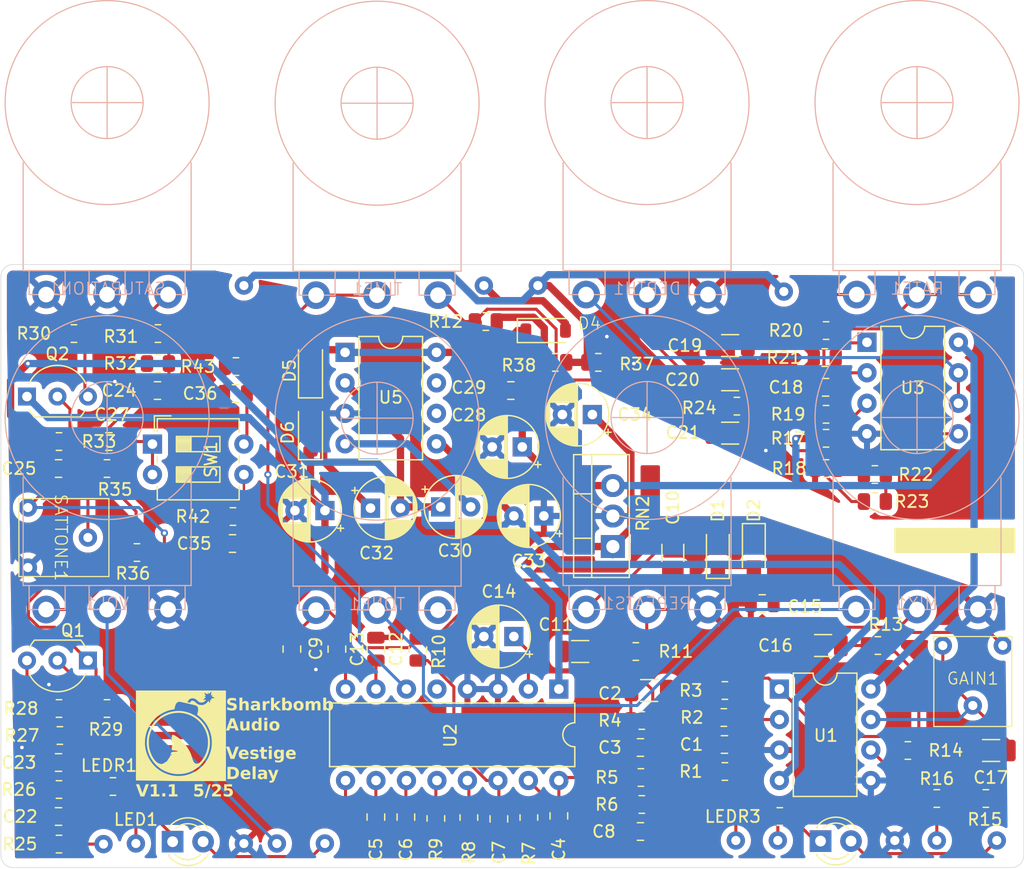
<source format=kicad_pcb>
(kicad_pcb (version 20241229) (generator "pcbnew") (generator_version "9.0")
  (layers (0 "F.Cu" signal) (2 "B.Cu" signal) (13 "F.Paste" user) (15 "B.Paste" user) (5 "F.SilkS" user "F.Silkscreen") (7 "B.SilkS" user "B.Silkscreen") (1 "F.Mask" user) (3 "B.Mask" user) (25 "Edge.Cuts" user))
  (net 0 "")
  (net 1 "Net-(C1-Pad2)")
  (net 2 "Net-(C1-Pad1)")
  (net 3 "Net-(C2-Pad1)")
  (net 4 "Net-(C2-Pad2)")
  (net 5 "Net-(C11-Pad1)")
  (net 6 "GND1")
  (net 7 "Net-(U2-LPF1-IN)")
  (net 8 "Net-(U2-LPF1-OUT)")
  (net 9 "Net-(U2-OP1-IN)")
  (net 10 "Net-(U2-OP1-OUT)")
  (net 11 "Net-(U2-OP2-IN)")
  (net 12 "Net-(U2-OP2-OUT)")
  (net 13 "Net-(U2-LPF2-OUT)")
  (net 14 "Net-(U2-LPF2-IN)")
  (net 15 "Net-(C8-Pad2)")
  (net 16 "Net-(C10-Pad1)")
  (net 17 "Net-(C10-Pad2)")
  (net 18 "Net-(C11-Pad2)")
  (net 19 "Net-(U2-CC1)")
  (net 20 "Net-(U2-CC0)")
  (net 21 "Net-(U2-REF)")
  (net 22 "Net-(C15-Pad1)")
  (net 23 "Net-(C16-Pad1)")
  (net 24 "Net-(C16-Pad2)")
  (net 25 "Net-(C17-Pad1)")
  (net 26 "Net-(C17-Pad2)")
  (net 27 "Net-(U3A--)")
  (net 28 "Net-(C18-Pad1)")
  (net 29 "GND2")
  (net 30 "Net-(C19-Pad1)")
  (net 31 "Net-(C20-Pad1)")
  (net 32 "+9V")
  (net 33 "Net-(C22-Pad2)")
  (net 34 "Net-(C22-Pad1)")
  (net 35 "+5V")
  (net 36 "Net-(D1-K)")
  (net 37 "Net-(Q1-G)")
  (net 38 "Net-(U3B--)")
  (net 39 "Net-(DEPTH1-Pad2)")
  (net 40 "Net-(U1B--)")
  (net 41 "Net-(C24-Pad1)")
  (net 42 "Net-(H6-Pad1)")
  (net 43 "Net-(LED1-K)")
  (net 44 "Net-(Q1-D)")
  (net 45 "Net-(Q2-S)")
  (net 46 "Net-(U1A--)")
  (net 47 "Net-(C25-Pad1)")
  (net 48 "Net-(R20-Pad2)")
  (net 49 "Net-(U3B-+)")
  (net 50 "Net-(U2-VCO)")
  (net 52 "Net-(C20-Pad2)")
  (net 53 "Net-(C27-Pad2)")
  (net 54 "Net-(U5-CAP-)")
  (net 55 "Net-(U5-CAP+)")
  (net 56 "VBUS")
  (net 57 "Net-(D5-K)")
  (net 58 "-9V")
  (net 59 "Net-(C35-Pad2)")
  (net 60 "Net-(LED1-A)")
  (net 61 "Net-(C36-Pad2)")
  (net 62 "Net-(C36-Pad1)")
  (net 63 "Net-(D4-A)")
  (net 64 "Net-(R35-Pad2)")
  (net 65 "Net-(H2-Pad1)")
  (net 66 "Net-(H4-Pad1)")
  (net 67 "Net-(H21-Pad1)")
  (net 68 "Net-(LED2-A)")
  (net 69 "Net-(H23-Pad1)")
  (net 70 "Net-(LED2-K)")
  (net 71 "Net-(Q1-S)")
  (net 72 "Net-(Q2-G)")
  (net 73 "Net-(U3A-+)")
  (net 74 "Net-(R30-Pad1)")
  (net 75 "Net-(R36-Pad1)")
  (net 76 "Net-(R42-Pad1)")
  (footprint "LED_THT:LED_D3.0mm_Clear" (layer "F.Cu") (at 65.56 139.1)
    (property "Reference" "LED1")
    (property "Value" "LED" (hide yes))
  )
  (footprint "Resistor_SMD:R_0805_2012Metric" (layer "F.Cu") (at 56.0875 128)
    (property "Reference" "R28")
    (property "Value" "3.3k" (hide yes))
  )
  (footprint "Resistor_SMD:R_0805_2012Metric" (layer "F.Cu") (at 56.1625 130.25 180)
    (property "Reference" "R27")
    (property "Value" "1M" (hide yes))
  )
  (footprint "GuitarPedalParts:2.0mm Pad" (layer "F.Cu") (at 125.75 139)
    (property "Reference" "H24" (hide yes))
    (property "Value" "MountingHole_Pad" (hide yes))
  )
  (footprint "Capacitor_THT:CP_Radial_D5.0mm_P2.50mm" (layer "F.Cu") (at 94 122 180)
    (property "Reference" "C14")
    (property "Value" "47uF" (hide yes))
  )
  (footprint "GuitarPedalParts:2.0mm Pad" (layer "F.Cu") (at 71.5 92.75)
    (property "Reference" "H7" (hide yes))
    (property "Value" "MountingHole_Pad" (hide yes))
  )
  (footprint "GuitarPedalParts:2.0mm Pad" (layer "F.Cu") (at 116.5 93.25)
    (property "Reference" "H8" (hide yes))
    (property "Value" "MountingHole_Pad" (hide yes))
  )
  (footprint "Resistor_SMD:R_0805_2012Metric" (layer "F.Cu") (at 111.5875 126.5)
    (property "Reference" "R3")
    (property "Value" "470K" (hide yes))
  )
  (footprint "Capacitor_SMD:C_0805_2012Metric" (layer "F.Cu") (at 114.7 119.25 180)
    (property "Reference" "C15")
    (property "Value" "3.3nF" (hide yes))
  )
  (footprint "GuitarPedalParts:TaydaTrimmer" (layer "F.Cu") (at 132.25 122.75 180)
    (property "Reference" "GAIN1")
    (property "Value" "25k" (hide yes))
  )
  (footprint "Package_TO_SOT_THT:TO-220-3_Vertical" (layer "F.Cu") (at 102.25 114.5 90)
    (property "Reference" "RN2")
    (property "Value" "VoltageDivider" (hide yes))
  )
  (footprint "Package_DIP:DIP-8_W7.62mm" (layer "F.Cu") (at 116.13 126.38)
    (property "Reference" "U1")
    (property "Value" "Opamp_Dual" (hide yes))
  )
  (footprint "Capacitor_SMD:C_0805_2012Metric" (layer "F.Cu") (at 70.8 101.75 180)
    (property "Reference" "C36")
    (property "Value" ".1uF" (hide yes))
  )
  (footprint "Diode_SMD:D_SOD-123" (layer "F.Cu") (at 77.05 99.75 90)
    (property "Reference" "D5")
    (property "Value" "SS12" (hide yes))
  )
  (footprint "Resistor_SMD:R_0805_2012Metric" (layer "F.Cu") (at 120.0175 108)
    (property "Reference" "R18")
    (property "Value" "220K" (hide yes))
  )
  (footprint "Diode_SMD:D_SOD-123" (layer "F.Cu") (at 96.65 96.5)
    (property "Reference" "D4" (hide yes))
    (property "Value" "SS12" (hide yes))
  )
  (footprint "Resistor_SMD:R_0805_2012Metric" (layer "F.Cu") (at 104.1625 123.25)
    (property "Reference" "R11")
    (property "Value" "15k" (hide yes))
  )
  (footprint "Capacitor_THT:CP_Radial_D5.0mm_P2.50mm" (layer "F.Cu") (at 82.05 111.3)
    (property "Reference" "C32")
    (property "Value" "10UF" (hide yes))
  )
  (footprint "Capacitor_SMD:C_1206_3216Metric" (layer "F.Cu") (at 99.525 123.25)
    (property "Reference" "C11")
    (property "Value" "1uF" (hide yes))
  )
  (footprint "Capacitor_SMD:C_0805_2012Metric" (layer "F.Cu") (at 56.05 132.5)
    (property "Reference" "C23")
    (property "Value" "100pF" (hide yes))
  )
  (footprint "Resistor_SMD:R_0805_2012Metric" (layer "F.Cu") (at 101.0375 99.15)
    (property "Reference" "R37")
    (property "Value" "0" (hide yes))
  )
  (footprint "Resistor_SMD:R_0805_2012Metric" (layer "F.Cu") (at 133.3375 135.5)
    (property "Reference" "R15")
    (property "Value" "470" (hide yes))
  )
  (footprint "Capacitor_THT:CP_Radial_D5.0mm_P2.50mm" (layer "F.Cu") (at 78.255113 111.5 180)
    (property "Reference" "C31")
    (property "Value" "100UF" (hide yes))
  )
  (footprint "GuitarPedalParts:2.0mm Pad" (layer "F.Cu") (at 59.8 139.3)
    (property "Reference" "H18" (hide yes))
    (property "Value" "MountingHole_Pad" (hide yes))
  )
  (footprint "Diode_SMD:Nexperia_CFP3_SOD-123W" (layer "F.Cu") (at 111 114.9 90)
    (property "Reference" "D1")
    (property "Value" "1N4148W" (hide yes))
  )
  (footprint "GuitarPedalParts:2.0mm Pad" (layer "F.Cu") (at 62.5 139.25)
    (property "Reference" "H2" (hide yes))
    (property "Value" "MountingHole_Pad" (hide yes))
  )
  (footprint "Capacitor_SMD:C_1206_3216Metric" (layer "F.Cu") (at 107.25 115.025 -90)
    (property "Reference" "C10")
    (property "Value" "1uF" (hide yes))
  )
  (footprint "GuitarPedalParts:2.0mm Pad" (layer "F.Cu") (at 96 92.75)
    (property "Reference" "H21" (hide yes))
    (property "Value" "MountingHole_Pad" (hide yes))
  )
  (footprint "Capacitor_SMD:C_0805_2012Metric" (layer "F.Cu") (at 104.55 131.25)
    (property "Reference" "C3")
    (property "Value" "5.1nF" (hide yes))
  )
  (footprint "Resistor_SMD:R_0805_2012Metric" (layer "F.Cu") (at 60.0875 108 180)
    (property "Reference" "R35")
    (property "Value" "47k" (hide yes))
  )
  (footprint "Resistor_SMD:R_0805_2012Metric" (layer "F.Cu") (at 104.5875 133.75 180)
    (property "Reference" "R5")
    (property "Value" "15k" (hide yes))
  )
  (footprint "Capacitor_SMD:C_0805_2012Metric" (layer "F.Cu") (at 119.98 101.23)
    (property "Reference" "C18")
    (property "Value" "10nF" (hide yes))
  )
  (footprint "Capacitor_THT:CP_Radial_D5.0mm_P2.50mm" (layer "F.Cu") (at 87.9 111.2)
    (property "Reference" "C30")
    (property "Value" "10UF" (hide yes))
  )
  (footprint "GuitarPedalParts:2.0mm Pad" (layer "F.Cu") (at 129.25 139)
    (property "Reference" "H6" (hide yes))
    (property "Value" "MountingHole_Pad" (hide yes))
  )
  (footprint "Capacitor_SMD:C_1206_3216Metric" (layer "F.Cu") (at 105.275 126.5 180)
    (property "Reference" "C2")
    (property "Value" "1uF" (hide yes))
  )
  (footprint "Resistor_SMD:R_0805_2012Metric" (layer "F.Cu") (at 124.0875 110.75)
    (property "Reference" "R23")
    (property "Value" "100K" (hide yes))
  )
  (footprint "GuitarPedalParts:2.0mm Pad" (layer "F.Cu") (at 112.5 139)
    (property "Reference" "H5" (hide yes))
    (property "Value" "MountingHole_Pad" (hide yes))
  )
  (footprint "Resistor_SMD:R_0805_2012Metric" (layer "F.Cu") (at 111.5 128.75 180)
    (property "Reference" "R2")
    (property "Value" "470K" (hide yes))
  )
  (footprint "GuitarPedalParts:2.0mm Pad" (layer "F.Cu") (at 74.25 139.25)
    (property "Reference" "H4" (hide yes))
    (property "Value" "MountingHole_Pad" (hide yes))
  )
  (footprint "Capacitor_SMD:C_0805_2012Metric" (layer "F.Cu") (at 75.5 123.05 90)
    (property "Reference" "C9")
    (property "Value" "10nF" (hide yes))
  )
  (footprint "Resistor_SMD:R_0805_2012Metric" (layer "F.Cu") (at 129.25 135.5)
    (property "Reference" "R16")
    (property "Value" "100k" (hide yes))
  )
  (footprint "Resistor_SMD:R_0805_2012Metric" (layer "F.Cu") (at 70.8375 99.5 180)
    (property "Reference" "R43")
    (property "Value" "47k" (hide yes))
  )
  (footprint "Capacitor_SMD:C_1206_3216Metric" (layer "F.Cu") (at 119.775 122.75)
    (property "Reference" "C16")
    (property "Value" "1uF" (hide yes))
  )
  (footprint "GuitarPedalParts:2.0mm Pad" (layer "F.Cu") (at 134.25 139)
    (property "Reference" "H22" (hide yes))
    (property "Value" "MountingHole_Pad" (hide yes))
  )
  (footprint "Resistor_SMD:R_0805_2012Metric" (layer "F.Cu") (at 60.5875 134.5 180)
    (property "Reference" "LEDR1")
    (property "Value" "4.7k" (hide yes))
  )
  (footprint "Resistor_SMD:R_0805_2012Metric" (layer "F.Cu") (at 126.8375 131.5)
    (property "Reference" "R14")
    (property "Value" "10k" (hide yes))
  )
  (footprint "Resistor_SMD:R_0805_2012Metric" (layer "F.Cu") (at 104.6625 136)
    (property "Reference" "R6")
    (property "Value" "15k" (hide yes))
  )
  (footprint "Resistor_SMD:R_0805_2012Metric" (layer "F.Cu") (at 91.6625 95.75)
    (property "Reference" "R12")
    (property "Value" "1k" (hide yes))
  )
  (footprint "Resistor_SMD:R_0805_2012Metric" (layer "F.Cu") (at 116.1625 137 180)
    (property "Reference" "LEDR3")
    (property "Value" "4.7k" (hide yes))
  )
  (footprint "Resistor_SMD:R_0805_2012Metric" (layer "F.Cu") (at 95.25 137.0875 -90)
    (property "Reference" "R7")
    (property "Value" "15k" (hide yes))
  )
  (footprint "Resistor_SMD:R_0805_2012Metric" (layer "F.Cu") (at 60.0875 128)
    (property "Reference" "R29")
    (property "Value" "22k" (hide yes))
  )
  (footprint "Button_Switch_THT:SW_DIP_SPSTx02_Slide_6.7x6.64mm_W7.62mm_P2.54mm_LowProfile" (layer "F.Cu") (at 63.88 105.96)
    (property "Reference" "SW1")
    (property "Value" "SW_DIP_x02" (hide yes))
  )
  (footprint "GuitarPedalParts:TaydaTrimmer" (layer "F.Cu") (at 53.5 113.75 -90)
    (property "Reference" "SATTONE1")
    (property "Value" "500k" (hide yes))
  )
  (footprint "Capacitor_SMD:C_0805_2012Metric" (layer "F.Cu") (at 82.5 137.05 90)
    (property "Reference" "C5")
    (property "Value" "100nF" (hide yes))
  )
  (footprint "Capacitor_SMD:C_0805_2012Metric" (layer "F.Cu") (at 104.55 138.25 180)
    (property "Reference" "C8")
    (property "Value" "22nF" (hide yes))
  )
  (footprint "Resistor_SMD:R_0805_2012Metric" (layer "F.Cu") (at 56.0875 139.3 180)
    (property "Reference" "R25")
    (property "Value" "1M" (hide yes))
  )
  (footprint "GuitarPedalParts:2.0mm Pad" (layer "F.Cu") (at 91.5 92.75)
    (property "Reference" "H20" (hide yes))
    (property "Value" "MountingHole_Pad" (hide yes))
  )
  (footprint "Capacitor_SMD:C_1206_3216Metric" (layer "F.Cu") (at 133.775 131.5)
    (property "Reference" "C17")
    (property "Value" "1uF" (hide yes))
  )
  (footprint "Capacitor_SMD:C_0805_2012Metric" (layer "F.Cu") (at 56.05 108 180)
    (property "Reference" "C25")
    (property "Value" ".1uF" (hide yes))
  )
  (footprint "Resistor_SMD:R_0805_2012Metric" (layer "F.Cu") (at 87.5 137.1625 -90)
    (property "Reference" "R9")
    (property "Value" "10k" (hide yes))
  )
  (footprint "Capacitor_SMD:C_0805_2012Metric" (layer "F.Cu") (at 93.75 101.5 180)
    (property "Reference" "C29")
    (property "Value" "100nF" (hide yes))
  )
  (footprint "Package_DIP:DIP-8_W7.62mm" (layer "F.Cu") (at 79.93 98.32)
    (property "Reference" "U5")
    (property "Value" "LTC1044" (hide yes))
  )
  (footprint "Capacitor_SMD:C_0805_2012Metric" (layer "F.Cu") (at 85 137.05 -90)
    (property "Reference" "C6")
    (property "Value" "100nF" (hide yes))
  )
  (footprint "GuitarPedalParts:logo7.5x9.7" (layer "F.Cu") (at 66.25 130)
    (property "Reference" "G***" (hide yes))
    (property "Value" "LOGO" (hide yes))
  )
  (footprint "Capacitor_SMD:C_0805_2012Metric" (layer "F.Cu") (at 60.25 105.75)
    (property "Reference" "C27")
    (property "Value" ".0022uF" (hide yes))
  )
  (footprint "Resistor_SMD:R_0805_2012Metric" (layer "F.Cu") (at 120.0175 105.48 180)
    (property "Reference" "R17")
    (property "Value" "120K" (hide yes))
  )
  (footprint "LED_THT:LED_D3.0mm_Clear" (layer "F.Cu") (at 119.56 139.05)
    (property "Reference" "LED2" (hide yes))
    (property "Value" "LED" (hide yes))
  )
  (footprint "Capacitor_SMD:C_0805_2012Metric" (layer "F.Cu") (at 64.3 101.5 180)
    (property "Reference" "C24")
    (property "Value" ".1uF" (hide yes))
  )
  (footprint "Resistor_SMD:R_0805_2012Metric" (layer "F.Cu") (at 56.0875 134.75)
    (property "Reference" "R26")
    (property "Value" "100k" (hide yes))
  )
  (footprint "Resistor_SMD:R_0805_2012Metric" (layer "F.Cu") (at 104.6625 129 180)
    (property "Reference" "R4")
    (property "Value" "15k" (hide yes))
  )
  (footprint "Capacitor_SMD:C_0805_2012Metric" (layer "F.Cu") (at 82.5 123.05 -90)
    (property "Reference" "C12")
    (property "Value" "100nF" (hide yes))
  )
  (footprint "Capacitor_SMD:C_0805_2012Metric" (layer "F.Cu") (at 79.25 123.05 -90)
    (property "Reference" "C13")
    (property "Value" "100nF" (hide yes))
  )
  (footprint "Capacitor_SMD:C_0805_2012Metric" (layer "F.Cu") (at 70.55 114.25 180)
    (property "Reference" "C35")
    (property "Value" "100pF" (hide yes))
  )
  (footprint "Resistor_SMD:R_0805_2012Metric" (layer "F.Cu") (at 97.45 99.15 180)
    (property "Reference" "R38")
    (property "Value" "0" (hide yes))
  )
  (footprint "Resistor_SMD:R_0805_2012Metric" (layer "F.Cu") (at 56.0875 105.75)
    (property "Reference" "R33")
    (property "Value" "10k" (hide yes))
  )
  (footprint "Diode_SMD:D_SOD-123" (layer "F.Cu") (at 77.05 104.9 90)
    (property "Reference" "D6")
    (property "Value" "SS12" (hide yes))
  )
  (footprint "Resistor_SMD:R_0805_2012Metric" (layer "F.Cu") (at 64.3375 96.75)
    (property "Reference" "R31")
    (property "Value" "100k" (hide yes))
  )
  (footprint "Resistor_SMD:R_0805_2012Metric" (layer "F.Cu") (at 64.3375 99.25 180)
    (property "Reference" "R32")
    (property "Value" "240k" (hide yes))
  )
  (footprint "Resistor_SMD:R_0805_2012Metric" (layer "F.Cu") (at 70.5875 112 180)
    (property "Reference" "R42")
    (property "Value" "470k" (hide yes))
  )
  (footprint "Capacitor_SMD:C_0805_2012Metric" (layer "F.Cu") (at 56.05 137 180)
    (property "Reference" "C22")
    (property "Value" ".047uF" (hide yes))
  )
  (footprint "Capacitor_SMD:C_0805_2012Metric" (layer "F.Cu") (at 92.75 137.2 90)
    (property "Reference" "C7")
    (property "Value" "2.2nF" (hide yes))
  )
  (footprint "Package_TO_SOT_THT:TO-92L_Inline_Wide" (layer "F.Cu") (at 53.42 102)
    (property "Reference" "Q2")
    (property "Value" "2n5458" (hide yes))
  )
  (footprint "GuitarPedalParts:2.0mm Pad" (layer "F.Cu") (at 78.25 139.25)
    (property "Reference" "H1" (hide yes))
    (property "Value" "MountingHole_Pad" (hide yes))
  )
  (footprint "Resistor_SMD:R_0805_2012Metric" (layer "F.Cu") (at 124.0875 108.5)
    (property "Reference" "R22")
    (property "Value" "120k" (hide yes))
  )
  (footprint "Resistor_SMD:R_0805_2012Metric" (layer "F.Cu") (at 124.3375 122.75)
    (property "Reference" "R13")
    (property "Value" "10k" (hide yes))
  )
  (footprint "Capacitor_THT:CP_Radial_D5.0mm_P2.50mm" (layer "F.Cu") (at 100.544888 103.5 180)
    (property "Reference" "C34")
    (property "Value" "100uF" (hide yes))
  )
  (footprint "Resistor_SMD:R_0805_2012Metric" (layer "F.Cu") (at 119.9125 98.75 180)
    (property "Reference" "R21")
    (property "Value" "220K" (hide yes))
  )
  (footprint "Capacitor_THT:CP_Radial_D5.0mm_P2.50mm" (layer "F.Cu") (at 96.5 111.95 180)
    (property "Reference" "C33")
    (property "Value" "100UF" (hide yes))
  )
  (footprint "Resistor_SMD:R_0805_2012Metric" (layer "F.Cu") (at 120.0175 103.48 180)
    (property "Reference" "R19")
    (property "Value" "220K" (hide yes))
  )
  (footprint "Resistor_SMD:R_0805_2012Metric" (layer "F.Cu") (at 90.25 137.0875 -90)
    (property "Reference" "R8")
    (property "Value" "10k" (hide yes))
  )
  (footprint "Resistor_SMD:R_0805_2012Metric" (layer "F.Cu") (at 111.5875 133.25)
    (property "Reference" "R1")
    (property "Value" "1M" (hide yes))
  )
  (footprint "GuitarPedalParts:2.0mm Pad" (layer "F.Cu") (at 116 139)
    (property "Reference" "H23" (hide yes))
    (property "Value" "MountingHole_Pad" (hide yes))
  )
  (footprint "Capacitor_THT:CP_Radial_D5.0mm_P2.50mm" (layer "F.Cu") (at 94.7 106.2 180)
    (property "Reference" "C28")
    (property "Value" "100uF" (hide yes))
  )
  (footprint "Capacitor_SMD:C_1206_3216Metric" (layer "F.Cu") (at 112.025 100.6 180)
    (property "Reference" "C20")
    (property "Value" "10uF" (hide yes))
  )
  (footprint "Capacitor_SMD:C_0805_2012Metric" (layer "F.Cu") (at 97.75 136.95 90)
    (property "Reference" "C4")
    (property "Value" "2.2nF" (hide yes))
  )
  (footprint "Package_TO_SOT_THT:TO-92L_Inline_Wide" (layer "F.Cu") (at 58.5 124 180)
    (property "Reference" "Q1")
    (property "Value" "2n5458" (hide yes))
  )
  (footprint "Resistor_SMD:R_0805_2012Metric" (layer "F.Cu") (at 57.3375 96.75)
    (property "Reference" "R30")
    (property "Value" "100k" (hide yes))
  )
  (footprint "Resistor_SMD:R_0805_2012Metric" (layer "F.Cu") (at 112.5875 102.8)
    (property "Reference" "R24")
    (property "Value" "4.7K" (hide yes))
  )
  (footprint "Capacitor_SMD:C_1206_3216Metric" (layer "F.Cu") (at 112.025 105.05)
    (property "Reference" "C21")
    (property "Value" "10uF" (hide yes))
  )
  (footprint "Resistor_SMD:R_0805_2012Metric" (layer "F.Cu") (at 86 123.0875 -90)
    (property "Reference" "R10")
    (property "Value" "1K" (hide yes))
  )
  (footprint "Capacitor_SMD:C_1206_3216Metric" (layer "F.Cu") (at 112.025 97.75 180)
    (property "Reference" "C19")
    (property "Value" "10uF" (hide yes))
  )
  (footprint "Capacitor_SMD:C_0805_2012Metric" (layer "F.Cu") (at 111.55 131 180)
    (property "Reference" "C1")
    (property "Value" "100nF" (hide yes))
  )
  (footprint "Resistor_SMD:R_0805_2012Metric" (layer "F.Cu") (at 62.5875 115)
    (property "Reference" "R36")
    (property "Value" "100k" (hide yes))
  )
  (footprint "Package_DIP:DIP-16_W7.62mm" (layer "F.Cu") (at 97.75 126.38 -90)
    (property "Reference" "U2")
    (property "Value" "PT2399" (hide yes))
  )
  (footprint "Resistor_SMD:R_0805_2012Metric" (layer "F.Cu") (at 120.0175 96.5)
    (property "Reference" "R20")
    (property "Value" "2.2K" (hide yes))
  )
  (footprint "Package_DIP:DIP-8_W7.62mm" (layer "F.Cu") (at 123.43 97.48)
    (property "Reference" "U3")
    (property "Value" "TL022" (hide yes))
  )
  (footprint "Diode_SMD:Nexperia_CFP3_SOD-123W" (layer "F.Cu") (at 114 114.85 -90)
    (property "Reference" "D2")
    (property "Value" "1N4148W" (hide yes))
  )
  (footprint "GuitarPedalParts:2.0mm Pad" (layer "F.Cu") (at 71.5 139.25)
    (property "Reference" "H3" (hide yes))
    (property "Value" "MountingHole_Pad" (hide yes))
  )
  (footprint "GuitarPedalParts:16mm Pot" (layer "B.Cu") (at 60.1 93.5 180)
    (property "Reference" "SATURATION1")
    (property "Value" "A500k")
  )
  (footprint "GuitarPedalParts:16mm Pot" (layer "B.Cu") (at 105.1 93.5 180)
    (property "Reference" "DEPTH1")
    (property "Value" "10K")
  )
  (footprint "GuitarPedalParts:16mm Pot" (layer "B.Cu") (at 127.6 93.5 180)
    (property "Reference" "RATE1")
    (property "Value" "10K")
  )
  (footprint "GuitarPedalParts:16mm Pot" (layer "B.Cu") (at 127.6 119.75 180)
    (property "Reference" "MIX1")
    (property "Value" "25K")
  )
  (footprint "GuitarPedalParts:16mm Pot" (layer "B.Cu") (at 82.6 119.8 180)
    (property "Reference" "TONE1")
    (property "Value" "25K")
  )
  (footprint "GuitarPedalParts:16mm Pot" (layer "B.Cu") (at 82.6 93.55 180)
    (property "Reference" "TIME1")
    (property "Value" "50k" (hide yes))
  )
  (footprint "GuitarPedalParts:16mm Pot" (layer "B.Cu") (at 105.1 119.75 180)
    (property "Reference" "REPEATS1")
    (property "Value" "10K")
  )
  (footprint "GuitarPedalParts:16mm Pot" (layer "B.Cu") (at 60.1 119.75 180)
    (property "Reference" "VOL1")
    (property "Value" "A500k")
  )
  (gr_rect (start 125.75 113) (end 135.75 115) (stroke (width 0.1)) (fill yes) (layer "F.SilkS"))
  (gr_line (start 135.5 141.25) (end 52.25 141.25) (stroke (width 0.05)) (layer "Edge.Cuts"))
  (gr_line (start 51.25 140.25) (end 51.25 92) (stroke (width 0.05)) (layer "Edge.Cuts"))
  (gr_arc (start 136.5 140.25) (mid 136.207107 140.957107) (end 135.5 141.25) (stroke (width 0.05)) (layer "Edge.Cuts"))
  (gr_line (start 52.25 91) (end 135.5 91) (stroke (width 0.05)) (layer "Edge.Cuts"))
  (gr_arc (start 135.5 91) (mid 136.207107 91.292893) (end 136.5 92) (stroke (width 0.05)) (layer "Edge.Cuts"))
  (gr_arc (start 52.25 141.25) (mid 51.542893 140.957107) (end 51.25 140.25) (stroke (width 0.05)) (layer "Edge.Cuts"))
  (gr_line (start 136.5 140.25) (end 136.5 92) (stroke (width 0.05)) (layer "Edge.Cuts"))
  (gr_arc (start 51.25 92) (mid 51.542893 91.292893) (end 52.25 91) (stroke (width 0.05)) (layer "Edge.Cuts"))
  (gr_text "Sharkbomb\nAudio" (at 70.003329 130.003097 0) (layer "F.SilkS") (effects (font (size 1 1) (thickness 0.25) (bold yes)) (justify left bottom)))
  (gr_text "D4" (at 99.25 96.5 0) (layer "F.SilkS") (effects (font (size 1 1) (thickness 0.1)) (justify left bottom)))
  (gr_text "Vestige\nDelay" (at 70.003329 134.05 0) (layer "F.SilkS") (effects (font (size 1 1) (thickness 0.25) (bold yes)) (justify left bottom)))
  (gr_text "5/25" (at 67.25 135.5 0) (layer "F.SilkS") (effects (font (size 1 1) (thickness 0.25) (bold yes)) (justify left bottom)))
  (gr_text "V1.1" (at 62.5 135.5 0) (layer "F.SilkS") (effects (font (size 1 1) (thickness 0.25) (bold yes)) (justify left bottom)))
  (segment (start 110.6 131) (end 110.6 128.7625) (width 0.254) (layer "F.Cu") (net 1))
  (segment (start 110.6 128.7625) (end 110.5875 128.75) (width 0.254) (layer "F.Cu") (net 1))
  (segment (start 112.5 139) (end 112.5 133.25) (width 0.254) (layer "F.Cu") (net 2))
  (segment (start 112.5 133.25) (end 112.5 131) (width 0.254) (layer "F.Cu") (net 2))
  (segment (start 120.083 130.333) (end 116.13 126.38) (width 0.254) (layer "F.Cu") (net 3))
  (segment (start 116.13 126.38) (end 115.223 125.473) (width 0.254) (layer "F.Cu") (net 3))
  (segment (start 111.702 125.473) (end 110.675 126.5) (width 0.254) (layer "F.Cu") (net 3))
  (segment (start 115.223 125.473) (end 111.702 125.473) (width 0.254) (layer "F.Cu") (net 3))
  (segment (start 110.675 126.5) (end 106.75 126.5) (width 0.254) (layer "F.Cu") (net 3))
  (segment (start 125.925 131.5) (end 124.758 130.333) (width 0.254) (layer "F.Cu") (net 3))
  (segment (start 124.758 130.333) (end 120.083 130.333) (width 0.254) (layer "F.Cu") (net 3))
  (segment (start 103.75 126.55) (end 103.8 126.5) (width 0.254) (layer "F.Cu") (net 4))
  (segment (start 103.75 129) (end 103.75 126.55) (width 0.254) (layer "F.Cu") (net 4))
  (segment (start 105.575 133.825) (end 105.5 133.75) (width 0.254) (layer "F.Cu") (net 5))
  (segment (start 105.575 129) (end 105.575 126.477072) (width 0.254) (layer "F.Cu") (net 5))
  (segment (start 105.575 126.477072) (end 103.574928 124.477) (width 0.254) (layer "F.Cu") (net 5))
  (segment (start 105.575 129) (end 105.575 131.175) (width 0.254) (layer "F.Cu") (net 5))
  (segment (start 105.5 133.75) (end 105.5 131.25) (width 0.254) (layer "F.Cu") (net 5))
  (segment (start 105.575 131.175) (end 105.5 131.25) (width 0.254) (layer "F.Cu") (net 5))
  (segment (start 99.277 124.477) (end 98.05 123.25) (width 0.254) (layer "F.Cu") (net 5))
  (segment (start 105.575 136) (end 105.575 133.825) (width 0.254) (layer "F.Cu") (net 5))
  (segment (start 103.574928 124.477) (end 99.277 124.477) (width 0.254) (layer "F.Cu") (net 5))
  (segment (start 55.175 128) (end 55.175 126.075) (width 0.6096) (layer "F.Cu") (net 6))
  (segment (start 92.9298 95.3952) (end 95.6452 95.3952) (width 0.6096) (layer "F.Cu") (net 6))
  (segment (start 96.5375 96.2875) (end 96.5375 99.15) (width 0.6096) (layer "F.Cu") (net 6))
  (segment (start 55.175 126.075) (end 55.25 126) (width 0.6096) (layer "F.Cu") (net 6))
  (segment (start 95.6452 95.3952) (end 96.5375 96.2875) (width 0.6096) (layer "F.Cu") (net 6))
  (segment (start 92.575 95.75) (end 92.9298 95.3952) (width 0.6096) (layer "F.Cu") (net 6))
  (via (at 53 131.25) (size 0.6) (drill 0.3) (layers "F.Cu" "B.Cu") (net 6))
  (via (at 60.75 100.75) (size 0.6) (drill 0.3) (layers "F.Cu" "B.Cu") (net 6))
  (via (at 55.25 126) (size 0.6) (drill 0.3) (layers "F.Cu" "B.Cu") (net 6))
  (via (at 77.5 124.75) (size 0.6) (drill 0.3) (layers "F.Cu" "B.Cu") (net 6))
  (segment (start 97.75 136) (end 97.75 134) (width 0.254) (layer "F.Cu") (net 7))
  (segment (start 103.675 133.75) (end 98 133.75) (width 0.254) (layer "F.Cu") (net 7))
  (segment (start 98 133.75) (end 97.75 134) (width 0.254) (layer "F.Cu") (net 7))
  (segment (start 96.698 135.488) (end 95.21 134) (width 0.254) (layer "F.Cu") (net 8))
  (segment (start 103.75 136) (end 99.65 136) (width 0.254) (layer "F.Cu") (net 8))
  (segment (start 97.75 137.9) (end 96.698 136.848) (width 0.254) (layer "F.Cu") (net 8))
  (segment (start 99.65 136) (end 97.75 137.9) (width 0.254) (layer "F.Cu") (net 8))
  (segment (start 96.698 136.848) (end 96.698 135.488) (width 0.254) (layer "F.Cu") (net 8))
  (segment (start 82.5 134.01) (end 82.51 134) (width 0.254) (layer "F.Cu") (net 9))
  (segment (start 82.5 136.1) (end 82.5 134.01) (width 0.254) (layer "F.Cu") (net 9))
  (segment (start 79.97 135.47) (end 79.97 134) (width 0.254) (layer "F.Cu") (net 10))
  (segment (start 82.5 138) (end 79.97 135.47) (width 0.254) (layer "F.Cu") (net 10))
  (segment (start 85 136.1) (end 85 134.05) (width 0.254) (layer "F.Cu") (net 11))
  (segment (start 85 134.05) (end 85.05 134) (width 0.254) (layer "F.Cu") (net 11))
  (segment (start 87.5 136.25) (end 87.5 134.09) (width 0.254) (layer "F.Cu") (net 12))
  (segment (start 85.75 138) (end 87.5 136.25) (width 0.254) (layer "F.Cu") (net 12))
  (segment (start 87.5 134.09) (end 87.59 134) (width 0.254) (layer "F.Cu") (net 12))
  (segment (start 85 138) (end 85.75 138) (width 0.254) (layer "F.Cu") (net 12))
  (segment (start 89 126.196181) (end 89 131.276181) (width 0.254) (layer "F.Cu") (net 13))
  (segment (start 86.803819 124) (end 89 126.196181) (width 0.254) (layer "F.Cu") (net 13))
  (segment (start 92.75 136.25) (end 92.75 134.08) (width 0.254) (layer "F.Cu") (net 13))
  (segment (start 91.723819 134) (end 92.67 134) (width 0.254) (layer "F.Cu") (net 13))
  (segment (start 89 131.276181) (end 91.723819 134) (width 0.254) (layer "F.Cu") (net 13))
  (segment (start 95.25 136.175) (end 92.825 136.175) (width 0.254) (layer "F.Cu") (net 13))
  (segment (start 92.75 134.08) (end 92.67 134) (width 0.254) (layer "F.Cu") (net 13))
  (segment (start 92.825 136.175) (end 92.75 136.25) (width 0.254) (layer "F.Cu") (net 13))
  (segment (start 86 124) (end 86.803819 124) (width 0.254) (layer "F.Cu") (net 13))
  (segment (start 90.25 134.12) (end 90.13 134) (width 0.254) (layer "F.Cu") (net 14))
  (segment (start 90.25 136.175) (end 90.25 134.12) (width 0.254) (layer "F.Cu") (net 14))
  (segment (start 90.775 136.175) (end 90.25 136.175) (width 0.254) (layer "F.Cu") (net 14))
  (segment (start 92.75 138.15) (end 90.775 136.175) (width 0.254) (layer "F.Cu") (net 14))
  (segment (start 95.999938 138.749938) (end 95.25 138) (width 0.254) (layer "F.Cu") (net 15))
  (segment (start 91.227 138.977) (end 94.273 138.977) (width 0.254) (layer "F.Cu") (net 15))
  (segment (start 103.100062 138.749938) (end 95.999938 138.749938) (width 0.254) (layer "F.Cu") (net 15))
  (segment (start 94.273 138.977) (end 95.25 138) (width 0.254) (layer "F.Cu") (net 15))
  (segment (start 90.25 138) (end 91.227 138.977) (width 0.254) (layer "F.Cu") (net 15))
  (segment (start 87.575 138) (end 87.5 138.075) (width 0.254) (layer "F.Cu") (net 15))
  (segment (start 103.6 138.25) (end 103.100062 138.749938) (width 0.254) (layer "F.Cu") (net 15))
  (segment (start 90.25 138) (end 87.575 138) (width 0.254) (layer "F.Cu") (net 15))
  (segment (start 78.497928 119.8) (end 77.52 119.8) (width 0.254) (layer "F.Cu") (net 16))
  (segment (start 92.272794 117.296) (end 87.393794 122.175) (width 0.254) (layer "F.Cu") (net 16))
  (segment (start 85.248 122.927) (end 81.624928 122.927) (width 0.254) (layer "F.Cu") (net 16))
  (segment (start 86 122.175) (end 85.248 122.927) (width 0.254) (layer "F.Cu") (net 16))
  (segment (start 81.624928 122.927) (end 78.497928 119.8) (width 0.254) (layer "F.Cu") (net 16))
  (segment (start 87.393794 122.175) (end 86 122.175) (width 0.254) (layer "F.Cu") (net 16))
  (segment (start 77.52 120.08) (end 77.52 119.8) (width 0.254) (layer "F.Cu") (net 16))
  (segment (start 103.504 117.296) (end 92.272794 117.296) (width 0.254) (layer "F.Cu") (net 16))
  (segment (start 107.25 113.55) (end 103.504 117.296) (width 0.254) (layer "F.Cu") (net 16))
  (segment (start 75.5 122.1) (end 77.52 120.08) (width 0.254) (layer "F.Cu") (net 16))
  (segment (start 106 117.75) (end 107.25 116.5) (width 0.254) (layer "F.Cu") (net 17))
  (segment (start 102.02 117.75) (end 106 117.75) (width 0.254) (layer "F.Cu") (net 17))
  (segment (start 100.02 119.75) (end 102.02 117.75) (width 0.254) (layer "F.Cu") (net 17))
  (segment (start 101 123.25) (end 103.25 123.25) (width 0.254) (layer "F.Cu") (net 18))
  (segment (start 82.5 124) (end 82.5 126.37) (width 0.254) (layer "F.Cu") (net 19))
  (segment (start 82.5 126.37) (end 82.51 126.38) (width 0.254) (layer "F.Cu") (net 19))
  (segment (start 79.97 124.72) (end 79.97 126.38) (width 0.254) (layer "F.Cu") (net 20))
  (segment (start 79.25 124) (end 79.97 124.72) (width 0.254) (layer "F.Cu") (net 20))
  (segment (start 95.21 126.38) (end 95.21 123.21) (width 0.254) (layer "F.Cu") (net 21))
  (segment (start 95.21 123.21) (end 94 122) (width 0.254) (layer "F.Cu") (net 21))
  (segment (start 116.15 119.75) (end 115.65 119.25) (width 0.254) (layer "F.Cu") (net 22))
  (segment (start 122.52 119.75) (end 116.15 119.75) (width 0.254) (layer "F.Cu") (net 22))
  (segment (start 122.52 119.75) (end 112.268794 119.75) (width 0.254) (layer "B.Cu") (net 22))
  (segment (start 86.463 123.663) (end 82.6 119.8) (width 0.254) (layer "B.Cu") (net 22))
  (segment (start 112.268794 119.75) (end 104.268794 127.75) (width 0.254) (layer "B.Cu") (net 22))
  (segment (start 86.463 126.846819) (end 86.463 123.663) (width 0.254) (layer "B.Cu") (net 22))
  (segment (start 82.6 119.8) (end 82.8 119.8) (width 0.254) (layer "B.Cu") (net 22))
  (segment (start 87.366181 127.75) (end 86.463 126.846819) (width 0.254) (layer "B.Cu") (net 22))
  (segment (start 104.268794 127.75) (end 87.366181 127.75) (width 0.254) (layer "B.Cu") (net 22))
  (segment (start 126.123 121.227) (end 119.823 121.227) (width 0.254) (layer "F.Cu") (net 23))
  (segment (start 119.823 121.227) (end 118.3 122.75) (width 0.254) (layer "F.Cu") (net 23))
  (segment (start 127.6 119.75) (end 126.123 121.227) (width 0.254) (layer "F.Cu") (net 23))
  (segment (start 121.25 122.75) (end 123.425 122.75) (width 0.254) (layer "F.Cu") (net 24))
  (segment (start 132.425 131.625) (end 132.3 131.5) (width 0.254) (layer "F.Cu") (net 25))
  (segment (start 132.425 135.5) (end 132.425 131.625) (width 0.254) (layer "F.Cu") (net 25))
  (segment (start 134.75 131.5) (end 135.25 131.5) (width 0.254) (layer "F.Cu") (net 26))
  (segment (start 129.75 125.25) (end 132.25 127.75) (width 0.254) (layer "F.Cu") (net 26))
  (segment (start 135.25 130.75) (end 135.25 131.5) (width 0.254) (layer "F.Cu") (net 26))
  (segment (start 132.25 127.75) (end 135.25 130.75) (width 0.254) (layer "F.Cu") (net 26))
  (segment (start 129.75 122.75) (end 129.75 125.25) (width 0.254) (layer "F.Cu") (net 26))
  (segment (start 131.08 128.92) (end 132.25 127.75) (width 0.254) (layer "B.Cu") (net 26))
  (segment (start 123.75 128.92) (end 131.08 128.92) (width 0.254) (layer "B.Cu") (net 26))
  (segment (start 120.825 101.125) (end 120.93 101.23) (width 0.254) (layer "F.Cu") (net 27))
  (segment (start 120.825 98.75) (end 120.825 101.125) (width 0.254) (layer "F.Cu") (net 27))
  (segment (start 120.93 101.23) (end 122.14 100.02) (width 0.254) (layer "F.Cu") (net 27))
  (segment (start 122.14 100.02) (end 123.43 100.02) (width 0.254) (layer "F.Cu") (net 27))
  (segment (start 119.105 103.48) (end 119.105 101.305) (width 0.254) (layer "F.Cu") (net 28))
  (segment (start 119.105 101.305) (end 119.03 101.23) (width 0.254) (layer "F.Cu") (net 28))
  (segment (start 119.8395 97.2345) (end 120.132 97.527) (width 0.254) (layer "F.Cu") (net 28))
  (segment (start 119.105 96.5) (end 119.8395 97.2345) (width 0.254) (layer "F.Cu") (net 28))
  (segment (start 120.132 97.527) (end 123.383 97.527) (width 0.254) (layer "F.Cu") (net 28))
  (segment (start 119.8395 100.4205) (end 119.03 101.23) (width 0.254) (layer "F.Cu") (net 28))
  (segment (start 119.8395 97.2345) (end 119.8395 100.4205) (width 0.254) (layer "F.Cu") (net 28))
  (segment (start 123.383 97.527) (end 123.43 97.48) (width 0.254) (layer "F.Cu") (net 28))
  (segment (start 114.5173 102.25) (end 114.5173 104.0327) (width 0.6096) (layer "F.Cu") (net 29))
  (segment (start 115.5 100.550624) (end 115.5 101.2673) (width 0.6096) (layer "F.Cu") (net 29))
  (segment (start 111.9548 99.1548) (end 114.104176 99.1548) (width 0.6096) (layer "F.Cu") (net 29))
  (segment (start 114.5173 104.0327) (end 113.5 105.05) (width 0.6096) (layer "F.Cu") (net 29))
  (segment (start 115.5 101.2673) (end 114.5173 102.25) (width 0.6096) (layer "F.Cu") (net 29))
  (segment (start 110.55 97.75) (end 111.9548 99.1548) (width 0.6096) (layer "F.Cu") (net 29))
  (segment (start 114.104176 99.1548) (end 115.5 100.550624) (width 0.6096) (layer "F.Cu") (net 29))
  (via (at 101.75 97) (size 0.6) (drill 0.3) (layers "F.Cu" "B.Cu") (net 29))
  (via (at 115 106.5) (size 0.6) (drill 0.3) (layers "F.Cu" "B.Cu") (net 29))
  (via (at 104 99.25) (size 0.6) (drill 0.3) (layers "F.Cu" "B.Cu") (net 29))
  (segment (start 119.613428 106.507) (end 117.6135 106.507) (width 0.254) (layer "F.Cu") (net 30))
  (segment (start 118.203 103.547) (end 118.203 99.547) (width 0.254) (layer "F.Cu") (net 30))
  (segment (start 118.2655 98.0155) (end 118.2655 95.7345) (width 0.254) (layer "F.Cu") (net 30))
  (segment (start 118 97.75) (end 119 98.75) (width 0.254) (layer "F.Cu") (net 30))
  (segment (start 123.175 110.75) (end 122.144572 110.75) (width 0.254) (layer "F.Cu") (net 30))
  (segment (start 120 106.893572) (end 119.613428 106.507) (width 0.254) (layer "F.Cu") (net 30))
  (segment (start 117.6135 106.507) (end 116.8682 105.7617) (width 0.254) (layer "F.Cu") (net 30))
  (segment (start 120.5 93.5) (end 122.58 93.5) (width 0.254) (layer "F.Cu") (net 30))
  (segment (start 113.5 97.75) (end 118 97.75) (width 0.254) (layer "F.Cu") (net 30))
  (segment (start 116.8682 104.8818) (end 118.203 103.547) (width 0.254) (layer "F.Cu") (net 30))
  (segment (start 118.203 99.547) (end 119 98.75) (width 0.254) (layer "F.Cu") (net 30))
  (segment (start 116.8682 105.7617) (end 116.8682 104.8818) (width 0.254) (layer "F.Cu") (net 30))
  (segment (start 118.2655 95.7345) (end 120.5 93.5) (width 0.254) (layer "F.Cu") (net 30))
  (segment (start 120 108.605428) (end 120 106.893572) (width 0.254) (layer "F.Cu") (net 30))
  (segment (start 122.144572 110.75) (end 120 108.605428) (width 0.254) (layer "F.Cu") (net 30))
  (segment (start 119 98.75) (end 118.2655 98.0155) (width 0.254) (layer "F.Cu") (net 30))
  (segment (start 113.5 102.8) (end 113.5 100.6) (width 0.254) (layer "F.Cu") (net 31))
  (segment (start 119.105 105.48) (end 118.5925 105.48) (width 0.6096) (layer "F.Cu") (net 32))
  (segment (start 102.25 109.42) (end 97.92 109.42) (width 0.6096) (layer "F.Cu") (net 32))
  (segment (start 92.48 98.32) (end 87.55 98.32) (width 0.6096) (layer "F.Cu") (net 32))
  (segment (start 97.92 109.42) (end 94.7 106.2) (width 0.6096) (layer "F.Cu") (net 32))
  (segment (start 94.3 96.5) (end 92.48 98.32) (width 0.6096) (layer "F.Cu") (net 32))
  (segment (start 94.7 101.5) (end 94.7 100.54) (width 0.6096) (layer "F.Cu") (net 32))
  (segment (start 77.05 98.1) (end 79.71 98.1) (width 0.6096) (layer "F.Cu") (net 32))
  (segment (start 118.5725 105.5) (end 117.5 105.5) (width 0.6096) (layer "F.Cu") (net 32))
  (segment (start 79.71 98.1) (end 79.93 98.32) (width 0.6096) (layer "F.Cu") (net 32))
  (segment (start 95 96.5) (end 94.3 96.5) (width 0.6096) (layer "F.Cu") (net 32))
  (segment (start 118.5925 105.48) (end 118.5725 105.5) (width 0.6096) (layer "F.Cu") (net 32))
  (segment (start 94.7 100.54) (end 92.48 98.32) (width 0.6096) (layer "F.Cu") (net 32))
  (segment (start 94.7 106.2) (end 94.7 101.5) (width 0.6096) (layer "F.Cu") (net 32))
  (via (at 117.5 105.5) (size 0.6) (drill 0.3) (layers "F.Cu" "B.Cu") (net 32))
  (segment (start 132.3548 98.7848) (end 131.05 97.48) (width 0.6096) (layer "B.Cu") (net 32))
  (segment (start 79.93 98.32) (end 87.55 98.32) (width 0.6096) (layer "B.Cu") (net 32))
  (segment (start 123.75 126.339759) (end 132.3548 117.734959) (width 0.6096) (layer "B.Cu") (net 32))
  (segment (start 132.3548 104.5) (end 132.3548 98.7848) (width 0.6096) (layer "B.Cu") (net 32))
  (segment (start 102.25 109.42) (end 117.5 109.42) (width 0.6096) (layer "B.Cu") (net 32))
  (segment (start 117.5 109.42) (end 128.575266 109.42) (width 0.6096) (layer "B.Cu") (net 32))
  (segment (start 117.5 105.5) (end 117.5 109.42) (width 0.6096) (layer "B.Cu") (net 32))
  (segment (start 128.575266 109.42) (end 132.3548 105.640466) (width 0.6096) (layer "B.Cu") (net 32))
  (segment (start 132.3548 105.640466) (end 132.3548 104.5) (width 0.6096) (layer "B.Cu") (net 32))
  (segment (start 132.3548 117.734959) (end 132.3548 104.5) (width 0.6096) (layer "B.Cu") (net 32))
  (segment (start 123.75 126.38) (end 123.75 126.339759) (width 0.6096) (layer "B.Cu") (net 32))
  (segment (start 55.1 137) (end 55.1 134.825) (width 0.254) (layer "F.Cu") (net 33))
  (segment (start 55.1 134.825) (end 55.175 134.75) (width 0.254) (layer "F.Cu") (net 33))
  (segment (start 59.8 139.3) (end 57 139.3) (width 0.254) (layer "F.Cu") (net 34))
  (segment (start 57 137) (end 57 139.3) (width 0.254) (layer "F.Cu") (net 34))
  (segment (start 96.5 114.5) (end 102.25 114.5) (width 0.6096) (layer "F.Cu") (net 35))
  (segment (start 94.85052 116.14948) (end 96.5 114.5) (width 0.6096) (layer "F.Cu") (net 35))
  (segment (start 103.7548 112.9952) (end 102.25 114.5) (width 0.6096) (layer "F.Cu") (net 35))
  (segment (start 103.7548 106.709912) (end 103.7548 112.9952) (width 0.6096) (layer "F.Cu") (net 35))
  (segment (start 100.544888 103.5) (end 103.7548 106.709912) (width 0.6096) (layer "F.Cu") (net 35))
  (via (at 94.85052 116.14948) (size 0.6) (drill 0.3) (layers "F.Cu" "B.Cu") (net 35))
  (segment (start 102.25 115.179759) (end 102.25 114.5) (width 0.6096) (layer "B.Cu") (net 35))
  (segment (start 97.75 119.048959) (end 94.850521 116.14948) (width 0.6096) (layer "B.Cu") (net 35))
  (segment (start 94.85052 116.14948) (end 94.85052 116.149479) (width 0.6096) (layer "B.Cu") (net 35))
  (segment (start 97.75 126.38) (end 97.75 119.048959) (width 0.6096) (layer "B.Cu") (net 35))
  (segment (start 94.850521 116.14948) (end 94.85052 116.14948) (width 0.6096) (layer "B.Cu") (net 35))
  (segment (start 105.075 123.25) (end 105.075 119.775) (width 0.254) (layer "F.Cu") (net 36))
  (segment (start 111.05 116.25) (end 111 116.3) (width 0.254) (layer "F.Cu") (net 36))
  (segment (start 105.075 119.775) (end 105.1 119.75) (width 0.254) (layer "F.Cu") (net 36))
  (segment (start 114 116.25) (end 111.05 116.25) (width 0.254) (layer "F.Cu") (net 36))
  (segment (start 105.1 119.75) (end 107.55 119.75) (width 0.254) (layer "F.Cu") (net 36))
  (segment (start 107.55 119.75) (end 111 116.3) (width 0.254) (layer "F.Cu") (net 36))
  (segment (start 55.25 130.25) (end 53.42 128.42) (width 0.254) (layer "F.Cu") (net 37))
  (segment (start 55.25 130.75) (end 57 132.5) (width 0.254) (layer "F.Cu") (net 37))
  (segment (start 55.25 130.25) (end 55.25 130.75) (width 0.254) (layer "F.Cu") (net 37))
  (segment (start 53.42 128.42) (end 53.42 124) (width 0.254) (layer "F.Cu") (net 37))
  (segment (start 57 134.75) (end 57 132.5) (width 0.254) (layer "F.Cu") (net 37))
  (segment (start 131.05 100.02) (end 131.05 102.56) (width 0.254) (layer "F.Cu") (net 38))
  (segment (start 105.27 98.75) (end 129.78 98.75) (width 0.254) (layer "B.Cu") (net 38))
  (segment (start 129.78 98.75) (end 131.05 100.02) (width 0.254) (layer "B.Cu") (net 38))
  (segment (start 100.02 93.5) (end 105.27 98.75) (width 0.254) (layer "B.Cu") (net 38))
  (segment (start 110.952072 102.8) (end 111.675 102.8) (width 0.254) (layer "F.Cu") (net 39))
  (segment (start 105.1 96.947928) (end 110.952072 102.8) (width 0.254) (layer "F.Cu") (net 39))
  (segment (start 105.1 93.5) (end 105.1 96.947928) (width 0.254) (layer "F.Cu") (net 39))
  (segment (start 126.339 121.661) (end 125.25 122.75) (width 0.254) (layer "F.Cu") (net 40))
  (segment (start 127.75 125.25) (end 125.25 122.75) (width 0.254) (layer "F.Cu") (net 40))
  (segment (start 134.75 122.75) (end 133.661 121.661) (width 0.254) (layer "F.Cu") (net 40))
  (segment (start 127.75 131.5) (end 127.75 125.25) (width 0.254) (layer "F.Cu") (net 40))
  (segment (start 127.75 131.5) (end 126.723 132.527) (width 0.254) (layer "F.Cu") (net 40))
  (segment (start 133.661 121.661) (end 126.339 121.661) (width 0.254) (layer "F.Cu") (net 40))
  (segment (start 126.723 132.527) (end 124.817 132.527) (width 0.254) (layer "F.Cu") (net 40))
  (segment (start 124.817 132.527) (end 123.75 131.46) (width 0.254) (layer "F.Cu") (net 40))
  (segment (start 65.18 96.68) (end 65.25 96.75) (width 0.254) (layer "F.Cu") (net 41))
  (segment (start 65.25 101.5) (end 65.25 99.25) (width 0.254) (layer "F.Cu") (net 41))
  (segment (start 65.25 96.75) (end 65.25 99.25) (width 0.254) (layer "F.Cu") (net 41))
  (segment (start 133.223 136.527) (end 131.1895 136.527) (width 0.254) (layer "F.Cu") (net 42))
  (segment (start 129.25 136.4125) (end 130.1625 135.5) (width 0.254) (layer "F.Cu") (net 42))
  (segment (start 129.25 139) (end 129.25 136.4125) (width 0.254) (layer "F.Cu") (net 42))
  (segment (start 131.1895 136.527) (end 130.1625 135.5) (width 0.254) (layer "F.Cu") (net 42))
  (segment (start 134.25 135.5) (end 133.223 136.527) (width 0.254) (layer "F.Cu") (net 42))
  (segment (start 65.56 138.56) (end 61.5 134.5) (width 0.254) (layer "F.Cu") (net 43))
  (segment (start 65.56 139.1) (end 65.56 138.56) (width 0.254) (layer "F.Cu") (net 43))
  (segment (start 54.408206 121.227) (end 55.727 121.227) (width 0.254) (layer "F.Cu") (net 44))
  (segment (start 63.35 101.5) (end 60.1605 104.6895) (width 0.254) (layer "F.Cu") (net 44))
  (segment (start 62.5145 111.578928) (end 62.5145 113.445928) (width 0.254) (layer "F.Cu") (net 44))
  (segment (start 55.181206 117.5) (end 53.543 119.138206) (width 0.254) (layer "F.Cu") (net 44))
  (segment (start 60.8355 114.304072) (end 60.8355 114.9145) (width 0.254) (layer "F.Cu") (net 44))
  (segment (start 61.166572 113.973) (end 60.8355 114.304072) (width 0.254) (layer "F.Cu") (net 44))
  (segment (start 60.8355 114.9145) (end 58.25 117.5) (width 0.254) (layer "F.Cu") (net 44))
  (segment (start 60.1605 104.6895) (end 60.1605 109.224928) (width 0.254) (layer "F.Cu") (net 44))
  (segment (start 55.727 121.227) (end 58.5 124) (width 0.254) (layer "F.Cu") (net 44))
  (segment (start 53.543 119.138206) (end 53.543 120.361794) (width 0.254) (layer "F.Cu") (net 44))
  (segment (start 59.175 128) (end 59.175 124.675) (width 0.254) (layer "F.Cu") (net 44))
  (segment (start 60.1605 109.224928) (end 62.5145 111.578928) (width 0.254) (layer "F.Cu") (net 44))
  (segment (start 61.987428 113.973) (end 61.166572 113.973) (width 0.254) (layer "F.Cu") (net 44))
  (segment (start 58.25 117.5) (end 55.181206 117.5) (width 0.254) (layer "F.Cu") (net 44))
  (segment (start 62.5145 113.445928) (end 61.987428 113.973) (width 0.254) (layer "F.Cu") (net 44))
  (segment (start 59.175 124.675) (end 58.5 124) (width 0.254) (layer "F.Cu") (net 44))
  (segment (start 53.543 120.361794) (end 54.408206 121.227) (width 0.254) (layer "F.Cu") (net 44))
  (segment (start 57 106.1) (end 57 105.75) (width 0.254) (layer "F.Cu") (net 45))
  (segment (start 57 105.75) (end 57 103.04) (width 0.254) (layer "F.Cu") (net 45))
  (segment (start 57 103.04) (end 55.96 102) (width 0.254) (layer "F.Cu") (net 45))
  (segment (start 55.1 108) (end 57 106.1) (width 0.254) (layer "F.Cu") (net 45))
  (segment (start 112.4125 128.75) (end 112.75 128.75) (width 0.254) (layer "F.Cu") (net 46))
  (segment (start 112.75 128.75) (end 112.92 128.92) (width 0.254) (layer "F.Cu") (net 46))
  (segment (start 112.92 128.92) (end 116.13 128.92) (width 0.254) (layer "F.Cu") (net 46))
  (segment (start 112.4125 128.75) (end 112.4125 126.5875) (width 0.254) (layer "F.Cu") (net 46))
  (segment (start 112.4125 126.5875) (end 112.5 126.5) (width 0.254) (layer "F.Cu") (net 46))
  (segment (start 64.875 114.625) (end 64.875 113.375) (width 0.254) (layer "F.Cu") (net 47))
  (segment (start 57.05 108) (end 57 108) (width 0.254) (layer "F.Cu") (net 47))
  (segment (start 59.3 105.75) (end 57.05 108) (width 0.254) (layer "F.Cu") (net 47))
  (segment (start 53.5 111.25) (end 56.75 108) (width 0.254) (layer "F.Cu") (net 47))
  (segment (start 64.5 115) (end 64.875 114.625) (width 0.254) (layer "F.Cu") (net 47))
  (segment (start 63.5 115) (end 64.5 115) (width 0.254) (layer "F.Cu") (net 47))
  (segment (start 56.75 108) (end 57 108) (width 0.254) (layer "F.Cu") (net 47))
  (via (at 64.875 113.375) (size 0.6) (drill 0.3) (layers "F.Cu" "B.Cu") (net 47))
  (segment (start 64.875 113.375) (end 65 113.5) (width 0.254) (layer "B.Cu") (net 47))
  (segment (start 62.75 111.25) (end 64.875 113.375) (width 0.254) (layer "B.Cu") (net 47))
  (segment (start 53.5 111.25) (end 62.75 111.25) (width 0.254) (layer "B.Cu") (net 47))
  (segment (start 132.68 93.5) (end 127.6 93.5) (width 0.254) (layer "F.Cu") (net 48))
  (segment (start 121.077 96.353) (end 124.747 96.353) (width 0.254) (layer "F.Cu") (net 48))
  (segment (start 120.93 96.5) (end 121.077 96.353) (width 0.254) (layer "F.Cu") (net 48))
  (segment (start 124.747 96.353) (end 127.6 93.5) (width 0.254) (layer "F.Cu") (net 48))
  (segment (start 131.05 105.1) (end 127.65 105.1) (width 0.254) (layer "F.Cu") (net 49))
  (segment (start 127.65 105.1) (end 125 107.75) (width 0.254) (layer "F.Cu") (net 49))
  (segment (start 125 108.5) (end 125 110.75) (width 0.254) (layer "F.Cu") (net 49))
  (segment (start 125 107.75) (end 125 108.5) (width 0.254) (layer "F.Cu") (net 49))
  (segment (start 73.5 97.57) (end 77.52 93.55) (width 0.254) (layer "F.Cu") (net 50))
  (segment (start 73.5 108.5) (end 73.5 97.57) (width 0.254) (layer "F.Cu") (net 50))
  (segment (start 77.52 93.55) (end 82.6 93.55) (width 0.254) (layer "F.Cu") (net 50))
  (via (at 73.5 108.5) (size 0.6) (drill 0.3) (layers "F.Cu" "B.Cu") (net 50))
  (segment (start 85.05 126.38) (end 81.123 122.453) (width 0.254) (layer "B.Cu") (net 50))
  (segment (start 73.5 111) (end 73.5 108.5) (width 0.254) (layer "B.Cu") (net 50))
  (segment (start 81.123 118.623) (end 73.5 111) (width 0.254) (layer "B.Cu") (net 50))
  (segment (start 81.123 122.453) (end 81.123 118.623) (width 0.254) (layer "B.Cu") (net 50))
  (segment (start 112.5145 101.9895) (end 112.5145 103.7355) (width 0.254) (layer "F.Cu") (net 52))
  (segment (start 97.523 99.845928) (end 97.523 96.3795) (width 0.254) (layer "F.Cu") (net 52))
  (segment (start 110.55 100.6) (end 111.125 100.6) (width 0.254) (layer "F.Cu") (net 52))
  (segment (start 91.777 94.723) (end 90.75 95.75) (width 0.254) (layer "F.Cu") (net 52))
  (segment (start 97.523 96.3795) (end 95.8665 94.723) (width 0.254) (layer "F.Cu") (net 52))
  (segment (start 98.297062 100.61999) (end 106.11999 100.61999) (width 0.254) (layer "F.Cu") (net 52))
  (segment (start 90.75 95.75) (end 89.88 95.75) (width 0.254) (layer "F.Cu") (net 52))
  (segment (start 111.125 100.6) (end 112.5145 101.9895) (width 0.254) (layer "F.Cu") (net 52))
  (segment (start 97.523 99.845928) (end 98.297062 100.61999) (width 0.254) (layer "F.Cu") (net 52))
  (segment (start 89.88 95.75) (end 87.68 93.55) (width 0.254) (layer "F.Cu") (net 52))
  (segment (start 112.5145 103.7355) (end 111.2 105.05) (width 0.254) (layer "F.Cu") (net 52))
  (segment (start 95.8665 94.723) (end 91.777 94.723) (width 0.254) (layer "F.Cu") (net 52))
  (segment (start 106.11999 100.61999) (end 110.55 105.05) (width 0.254) (layer "F.Cu") (net 52))
  (segment (start 91.20325 95.75) (end 91.20325 95.913678) (width 0.254) (layer "F.Cu") (net 52))
  (segment (start 111.2 105.05) (end 110.55 105.05) (width 0.254) (layer "F.Cu") (net 52))
  (segment (start 61 108) (end 61 105.95) (width 0.254) (layer "F.Cu") (net 53))
  (segment (start 61 105.95) (end 61.2 105.75) (width 0.254) (layer "F.Cu") (net 53))
  (segment (start 63.67 105.75) (end 63.88 105.96) (width 0.254) (layer "F.Cu") (net 53))
  (segment (start 63.88 108.5) (end 63.88 105.96) (width 0.254) (layer "F.Cu") (net 53))
  (segment (start 61.2 105.75) (end 63.67 105.75) (width 0.254) (layer "F.Cu") (net 53))
  (segment (start 85.14 105.94) (end 79.93 105.94) (width 0.6096) (layer "B.Cu") (net 54))
  (segment (start 90.4 111.2) (end 85.14 105.94) (width 0.6096) (layer "B.Cu") (net 54))
  (segment (start 84.55 111.3) (end 84.55 105.48) (width 0.6096) (layer "F.Cu") (net 55))
  (segment (start 87.9 111.2) (end 84.65 111.2) (width 0.6096) (layer "F.Cu") (net 55))
  (segment (start 84.55 105.48) (end 79.93 100.86) (width 0.6096) (layer "F.Cu") (net 55))
  (segment (start 84.65 111.2) (end 84.55 111.3) (width 0.6096) (layer "F.Cu") (net 55))
  (segment (start 77.05 110.294887) (end 78.255113 111.5) (width 0.6096) (layer "F.Cu") (net 56))
  (segment (start 70 130.25) (end 63.25 130.25) (width 0.6096) (layer "F.Cu") (net 56))
  (segment (start 73 127.25) (end 70 130.25) (width 0.6096) (layer "F.Cu") (net 56))
  (segment (start 73 121.860224) (end 73 127.25) (width 0.6096) (layer "F.Cu") (net 56))
  (segment (start 77.05 106.55) (end 77.05 110.294887) (width 0.6096) (layer "F.Cu") (net 56))
  (segment (start 78.255113 116.605111) (end 73 121.860224) (width 0.6096) (layer "F.Cu") (net 56))
  (segment (start 78.255113 111.5) (end 78.255113 116.605111) (width 0.6096) (layer "F.Cu") (net 56))
  (segment (start 63.25 130.25) (end 61 128) (width 0.6096) (layer "F.Cu") (net 56))
  (segment (start 55.17 103.75) (end 71.914713 103.75) (width 0.6096) (layer "B.Cu") (net 56))
  (segment (start 53.42 102) (end 55.17 103.75) (width 0.6096) (layer "B.Cu") (net 56))
  (segment (start 78.255113 110.0904) (end 78.255113 111.5) (width 0.6096) (layer "B.Cu") (net 56))
  (segment (start 71.914713 103.75) (end 78.255113 110.0904) (width 0.6096) (layer "B.Cu") (net 56))
  (segment (start 77.05 101.4) (end 77.05 103.25) (width 0.6096) (layer "F.Cu") (net 57))
  (segment (start 78.1548 107.4048) (end 82.05 111.3) (width 0.6096) (layer "F.Cu") (net 57))
  (segment (start 77.05 103.25) (end 78.1548 104.3548) (width 0.6096) (layer "F.Cu") (net 57))
  (segment (start 78.1548 104.3548) (end 78.1548 107.4048) (width 0.6096) (layer "F.Cu") (net 57))
  (segment (start 55.1 105.825) (end 55.175 105.75) (width 0.254) (layer "F.Cu") (net 58))
  (segment (start 53.5 99.25) (end 52.0548 100.6952) (width 0.6096) (layer "F.Cu") (net 58))
  (segment (start 54.25 105.75) (end 55.175 105.75) (width 0.6096) (layer "F.Cu") (net 58))
  (segment (start 94 111.95) (end 87.99 105.94) (width 0.6096) (layer "F.Cu") (net 58))
  (segment (start 52.0548 100.6952) (end 52.0548 103.5548) (width 0.6096) (layer "F.Cu") (net 58))
  (segment (start 87.99 105.94) (end 87.55 105.94) (width 0.6096) (layer "F.Cu") (net 58))
  (segment (start 52.0548 103.5548) (end 54.25 105.75) (width 0.6096) (layer "F.Cu") (net 58))
  (via (at 53.5 99.25) (size 0.6) (drill 0.3) (layers "F.Cu" "B.Cu") (net 58))
  (segment (start 117.4348 127.3152) (end 124.1748 120.5752) (width 0.6096) (layer "B.Cu") (net 58))
  (segment (start 94 111.95) (end 93.200001 112.749999) (width 0.6096) (layer "B.Cu") (net 58))
  (segment (start 82.565435 107.470169) (end 76.77983 107.470169) (width 0.6096) (layer "B.Cu") (net 58))
  (segment (start 121.0996 115.989359) (end 98.039359 115.989359) (width 0.6096) (layer "B.Cu") (net 58))
  (segment (start 86.840399 112.749999) (end 86.5952 112.5048) (width 0.6096) (layer "B.Cu") (net 58))
  (segment (start 68.559661 99.25) (end 53.5 99.25) (width 0.6096) (layer "B.Cu") (net 58))
  (segment (start 76.77983 107.470169) (end 68.559661 99.25) (width 0.6096) (layer "B.Cu") (net 58))
  (segment (start 93.200001 112.749999) (end 86.840399 112.749999) (width 0.6096) (layer "B.Cu") (net 58))
  (segment (start 98.039359 115.989359) (end 94 111.95) (width 0.6096) (layer "B.Cu") (net 58))
  (segment (start 86.5952 112.5048) (end 86.5952 111.499934) (width 0.6096) (layer "B.Cu") (net 58))
  (segment (start 124.1748 119.064559) (end 121.0996 115.989359) (width 0.6096) (layer "B.Cu") (net 58))
  (segment (start 124.1748 120.5752) (end 124.1748 119.064559) (width 0.6096) (layer "B.Cu") (net 58))
  (segment (start 117.4348 132.6952) (end 117.4348 127.3152) (width 0.6096) (layer "B.Cu") (net 58))
  (segment (start 116.13 134) (end 117.4348 132.6952) (width 0.6096) (layer "B.Cu") (net 58))
  (segment (start 86.5952 111.499934) (end 82.565435 107.470169) (width 0.6096) (layer "B.Cu") (net 58))
  (segment (start 69.675 112) (end 69.675 114.175) (width 0.2) (layer "F.Cu") (net 59))
  (segment (start 69.675 114.175) (end 69.6 114.25) (width 0.2) (layer "F.Cu") (net 59))
  (segment (start 69.675 114.925) (end 69.6 115) (width 0.254) (layer "F.Cu") (net 59))
  (segment (start 69.339 140.339) (end 77.161 140.339) (width 0.254) (layer "F.Cu") (net 60))
  (segment (start 77.161 140.339) (end 78.25 139.25) (width 0.254) (layer "F.Cu") (net 60))
  (segment (start 68.1 139.1) (end 69.339 140.339) (width 0.254) (layer "F.Cu") (net 60))
  (segment (start 69.925 101.675) (end 69.85 101.75) (width 0.254) (layer "F.Cu") (net 61))
  (segment (start 69.925 99.5) (end 69.925 101.675) (width 0.254) (layer "F.Cu") (net 61))
  (segment (start 71.75 101.75) (end 71.75 105.71) (width 0.254) (layer "F.Cu") (net 62))
  (segment (start 71.75 105.71) (end 71.5 105.96) (width 0.254) (layer "F.Cu") (net 62))
  (segment (start 96.4168 94.0168) (end 98.3 95.9) (width 0.6096) (layer "F.Cu") (net 63))
  (segment (start 98.3 95.9) (end 98.3 96.5) (width 0.6096) (layer "F.Cu") (net 63))
  (segment (start 92.7668 94.0168) (end 96.4168 94.0168) (width 0.6096) (layer "F.Cu") (net 63))
  (segment (start 91.5 92.75) (end 92.7668 94.0168) (width 0.6096) (layer "F.Cu") (net 63))
  (segment (start 58.5 113.75) (end 58.5 108.675) (width 0.254) (layer "F.Cu") (net 64))
  (segment (start 58.5 108.675) (end 59.175 108) (width 0.254) (layer "F.Cu") (net 64))
  (segment (start 62.5 137.325) (end 59.675 134.5) (width 0.254) (layer "F.Cu") (net 65))
  (segment (start 62.5 139.25) (end 62.5 137.325) (width 0.254) (layer "F.Cu") (net 65))
  (segment (start 60.1 119.75) (end 60.1 125.1) (width 0.254) (layer "B.Cu") (net 66))
  (segment (start 60.1 125.1) (end 74.25 139.25) (width 0.254) (layer "B.Cu") (net 66))
  (segment (start 96 92.75) (end 96.929759 92.75) (width 0.6096) (layer "F.Cu") (net 67))
  (segment (start 100.125 95.945241) (end 100.125 99.15) (width 0.6096) (layer "F.Cu") (net 67))
  (segment (start 98.3625 99.15) (end 100.125 99.15) (width 0.6096) (layer "F.Cu") (net 67))
  (segment (start 96.929759 92.75) (end 100.125 95.945241) (width 0.6096) (layer "F.Cu") (net 67))
  (segment (start 94.7332 94.0168) (end 96 92.75) (width 0.6096) (layer "B.Cu") (net 67))
  (segment (start 90.975274 94.0168) (end 94.7332 94.0168) (width 0.6096) (layer "B.Cu") (net 67))
  (segment (start 96.9048 91.8452) (end 96 92.75) (width 0.6096) (layer "B.Cu") (net 67))
  (segment (start 115.0952 91.8452) (end 96.9048 91.8452) (width 0.6096) (layer "B.Cu") (net 67))
  (segment (start 72.3548 91.8952) (end 88.853674 91.8952) (width 0.6096) (layer "B.Cu") (net 67))
  (segment (start 88.853674 91.8952) (end 90.975274 94.0168) (width 0.6096) (layer "B.Cu") (net 67))
  (segment (start 116.5 93.25) (end 115.0952 91.8452) (width 0.6096) (layer "B.Cu") (net 67))
  (segment (start 71.5 92.75) (end 72.3548 91.8952) (width 0.6096) (layer "B.Cu") (net 67))
  (segment (start 123.139 140.089) (end 133.161 140.089) (width 0.254) (layer "F.Cu") (net 68))
  (segment (start 122.1 139.05) (end 123.139 140.089) (width 0.254) (layer "F.Cu") (net 68))
  (segment (start 133.161 140.089) (end 134.25 139) (width 0.254) (layer "F.Cu") (net 68))
  (segment (start 116 137.75) (end 115.25 137) (width 0.254) (layer "F.Cu") (net 69))
  (segment (start 116 139) (end 116 137.75) (width 0.254) (layer "F.Cu") (net 69))
  (segment (start 119.56 139.05) (end 119.125 139.05) (width 0.254) (layer "F.Cu") (net 70))
  (segment (start 119.125 139.05) (end 117.075 137) (width 0.254) (layer "F.Cu") (net 70))
  (segment (start 57 125.04) (end 55.96 124) (width 0.254) (layer "F.Cu") (net 71))
  (segment (start 57 128) (end 57 125.04) (width 0.254) (layer "F.Cu") (net 71))
  (segment (start 63.425 96.75) (end 63.425 95.255) (width 0.254) (layer "F.Cu") (net 72))
  (segment (start 58.25 101.75) (end 58.5 102) (width 0.254) (layer "F.Cu") (net 72))
  (segment (start 63.425 95.255) (end 65.18 93.5) (width 0.254) (layer "F.Cu") (net 72))
  (segment (start 58.25 96.75) (end 58.25 101.75) (width 0.254) (layer "F.Cu") (net 72))
  (segment (start 63.425 96.75) (end 58.25 96.75) (width 0.254) (layer "F.Cu") (net 72))
  (segment (start 123.175 108.5) (end 121.43 108.5) (width 0.254) (layer "F.Cu") (net 73))
  (segment (start 120.93 105.48) (end 120.93 103.48) (width 0.254) (layer "F.Cu") (net 73))
  (segment (start 122.51 103.48) (end 123.43 102.56) (width 0.254) (layer "F.Cu") (net 73))
  (segment (start 121.43 108.5) (end 120.93 108) (width 0.254) (layer "F.Cu") (net 73))
  (segment (start 120.93 105.48) (end 120.93 108) (width 0.254) (layer "F.Cu") (net 73))
  (segment (start 120.93 103.48) (end 122.51 103.48) (width 0.254) (layer "F.Cu") (net 73))
  (segment (start 61.675 115.835) (end 57.76 119.75) (width 0.254) (layer "F.Cu") (net 75))
  (segment (start 57.76 119.75) (end 55.02 119.75) (width 0.254) (layer "F.Cu") (net 75))
  (segment (start 61.675 115) (end 61.675 115.835) (width 0.254) (layer "F.Cu") (net 75))
  (segment (start 55.02 119.75) (end 55.425 119.75) (width 0.254) (layer "F.Cu") (net 75))
  (segment (start 71.5 112) (end 71.5 108.5) (width 0.2) (layer "F.Cu") (net 76))
  (zone (net 29) (net_name "GND2") (layer "F.Cu") (connect_pads (clearance 0.5)) (min_thickness 0.25) (fill yes (thermal_gap 0.5) (thermal_bridge_width 0.5))
    (polygon (pts (xy 99.5 91.75) (xy 100.5 101.25) (xy 124 112.25) (xy 135.75 112.25) (xy 135.75 92)))
  )
  (zone (net 6) (net_name "GND1") (layers "F.Cu" "B.Cu") (priority 2) (connect_pads (clearance 0.5)) (min_thickness 0.25) (fill yes (thermal_gap 0.5) (thermal_bridge_width 0.5))
    (polygon (pts (xy 96.175 96.975) (xy 99.675 101.475) (xy 99.675 107.725) (xy 106.175 107.725) (xy 106.175 111.975) (xy 114.675 111.975) (xy 134.925 118.725) (xy 135.175 140.475) (xy 52.425 140.475) (xy 51.675 91.475) (xy 68.925 91.475)))
  )
  (zone (net 29) (net_name "GND2") (layer "B.Cu") (priority 1) (connect_pads (clearance 0.5)) (min_thickness 0.25) (fill yes (thermal_gap 0.5) (thermal_bridge_width 0.5))
    (polygon (pts (xy 99 91.75) (xy 100.5 101.25) (xy 124 112.25) (xy 135.75 112.25) (xy 135.75 92)))
  )
)
</source>
